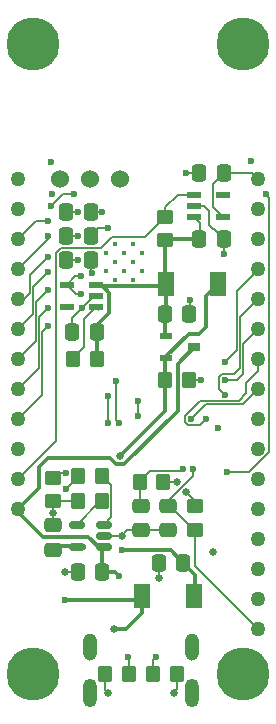
<source format=gbr>
%TF.GenerationSoftware,KiCad,Pcbnew,5.99.0-unknown-fc7f1d1d86~106~ubuntu20.04.1*%
%TF.CreationDate,2021-01-14T15:04:19+11:00*%
%TF.ProjectId,esp32-s2-feather,65737033-322d-4733-922d-666561746865,rev?*%
%TF.SameCoordinates,Original*%
%TF.FileFunction,Copper,L4,Bot*%
%TF.FilePolarity,Positive*%
%FSLAX46Y46*%
G04 Gerber Fmt 4.6, Leading zero omitted, Abs format (unit mm)*
G04 Created by KiCad (PCBNEW 5.99.0-unknown-fc7f1d1d86~106~ubuntu20.04.1) date 2021-01-14 15:04:19*
%MOMM*%
%LPD*%
G01*
G04 APERTURE LIST*
G04 Aperture macros list*
%AMRoundRect*
0 Rectangle with rounded corners*
0 $1 Rounding radius*
0 $2 $3 $4 $5 $6 $7 $8 $9 X,Y pos of 4 corners*
0 Add a 4 corners polygon primitive as box body*
4,1,4,$2,$3,$4,$5,$6,$7,$8,$9,$2,$3,0*
0 Add four circle primitives for the rounded corners*
1,1,$1+$1,$2,$3,0*
1,1,$1+$1,$4,$5,0*
1,1,$1+$1,$6,$7,0*
1,1,$1+$1,$8,$9,0*
0 Add four rect primitives between the rounded corners*
20,1,$1+$1,$2,$3,$4,$5,0*
20,1,$1+$1,$4,$5,$6,$7,0*
20,1,$1+$1,$6,$7,$8,$9,0*
20,1,$1+$1,$8,$9,$2,$3,0*%
G04 Aperture macros list end*
%TA.AperFunction,ComponentPad*%
%ADD10C,4.500000*%
%TD*%
%TA.AperFunction,ComponentPad*%
%ADD11O,1.158000X2.316000*%
%TD*%
%TA.AperFunction,ComponentPad*%
%ADD12O,1.200000X2.400000*%
%TD*%
%TA.AperFunction,ComponentPad*%
%ADD13C,0.400000*%
%TD*%
%TA.AperFunction,ComponentPad*%
%ADD14C,1.270000*%
%TD*%
%TA.AperFunction,SMDPad,CuDef*%
%ADD15RoundRect,0.250000X-0.475000X0.337500X-0.475000X-0.337500X0.475000X-0.337500X0.475000X0.337500X0*%
%TD*%
%TA.AperFunction,SMDPad,CuDef*%
%ADD16RoundRect,0.250000X0.350000X0.450000X-0.350000X0.450000X-0.350000X-0.450000X0.350000X-0.450000X0*%
%TD*%
%TA.AperFunction,SMDPad,CuDef*%
%ADD17R,1.400000X2.100000*%
%TD*%
%TA.AperFunction,SMDPad,CuDef*%
%ADD18RoundRect,0.250000X0.337500X0.475000X-0.337500X0.475000X-0.337500X-0.475000X0.337500X-0.475000X0*%
%TD*%
%TA.AperFunction,SMDPad,CuDef*%
%ADD19RoundRect,0.250000X-0.337500X-0.475000X0.337500X-0.475000X0.337500X0.475000X-0.337500X0.475000X0*%
%TD*%
%TA.AperFunction,SMDPad,CuDef*%
%ADD20RoundRect,0.250000X0.450000X-0.350000X0.450000X0.350000X-0.450000X0.350000X-0.450000X-0.350000X0*%
%TD*%
%TA.AperFunction,SMDPad,CuDef*%
%ADD21C,1.524000*%
%TD*%
%TA.AperFunction,SMDPad,CuDef*%
%ADD22R,1.100000X0.600000*%
%TD*%
%TA.AperFunction,SMDPad,CuDef*%
%ADD23R,1.100000X0.700000*%
%TD*%
%TA.AperFunction,SMDPad,CuDef*%
%ADD24RoundRect,0.250000X-0.450000X0.350000X-0.450000X-0.350000X0.450000X-0.350000X0.450000X0.350000X0*%
%TD*%
%TA.AperFunction,SMDPad,CuDef*%
%ADD25RoundRect,0.150000X0.512500X0.150000X-0.512500X0.150000X-0.512500X-0.150000X0.512500X-0.150000X0*%
%TD*%
%TA.AperFunction,SMDPad,CuDef*%
%ADD26R,1.210000X0.590000*%
%TD*%
%TA.AperFunction,SMDPad,CuDef*%
%ADD27RoundRect,0.250000X-0.350000X-0.450000X0.350000X-0.450000X0.350000X0.450000X-0.350000X0.450000X0*%
%TD*%
%TA.AperFunction,SMDPad,CuDef*%
%ADD28RoundRect,0.250000X0.475000X-0.337500X0.475000X0.337500X-0.475000X0.337500X-0.475000X-0.337500X0*%
%TD*%
%TA.AperFunction,ViaPad*%
%ADD29C,0.600000*%
%TD*%
%TA.AperFunction,ViaPad*%
%ADD30C,0.650000*%
%TD*%
%TA.AperFunction,Conductor*%
%ADD31C,0.127000*%
%TD*%
%TA.AperFunction,Conductor*%
%ADD32C,0.300000*%
%TD*%
G04 APERTURE END LIST*
D10*
%TO.P,REF\u002A\u002A,*%
%TO.N,GND*%
X195580000Y-99060000D03*
%TD*%
D11*
%TO.P,J1,S3,SHIELD*%
%TO.N,GND*%
X182624000Y-96811000D03*
%TO.P,J1,S4,SHIELD*%
X191264000Y-96811000D03*
D12*
%TO.P,J1,S5,SHIELD*%
X182624000Y-100636000D03*
%TO.P,J1,S6,SHIELD*%
X191264000Y-100636000D03*
%TD*%
D13*
%TO.P,U5,43.10,GND*%
%TO.N,GND*%
X185500000Y-63435000D03*
%TO.P,U5,43.11,GND*%
X184000000Y-63435000D03*
%TO.P,U5,43.12,GND*%
X187000000Y-63435000D03*
%TO.P,U5,43.13,GND*%
X184000000Y-64935000D03*
%TO.P,U5,43.14,GND*%
X185500000Y-64935000D03*
%TO.P,U5,43.15,GND*%
X187000000Y-64935000D03*
%TO.P,U5,43.16,GND*%
X184750000Y-62685000D03*
%TO.P,U5,43.17,GND*%
X186250000Y-62685000D03*
%TO.P,U5,43.18,GND*%
X184750000Y-64185000D03*
%TO.P,U5,43.19,GND*%
X186250000Y-64185000D03*
%TO.P,U5,43.20,GND*%
X184750000Y-65685000D03*
%TO.P,U5,43.21,GND*%
X186250000Y-65685000D03*
%TD*%
D14*
%TO.P,J3,1,Pin_1*%
%TO.N,+BATT*%
X176530000Y-85090000D03*
%TO.P,J3,2,Pin_2*%
%TO.N,/3V3A_EN*%
X176530000Y-82550000D03*
%TO.P,J3,3,Pin_3*%
%TO.N,VBUS*%
X176530000Y-80010000D03*
%TO.P,J3,4,Pin_4*%
%TO.N,/IO7*%
X176530000Y-77470000D03*
%TO.P,J3,5,Pin_5*%
%TO.N,/IO6*%
X176530000Y-74930000D03*
%TO.P,J3,6,Pin_6*%
%TO.N,/IO5*%
X176530000Y-72390000D03*
%TO.P,J3,7,Pin_7*%
%TO.N,/IO4*%
X176530000Y-69850000D03*
%TO.P,J3,8,Pin_8*%
%TO.N,/IO3*%
X176530000Y-67310000D03*
%TO.P,J3,9,Pin_9*%
%TO.N,/IO2*%
X176530000Y-64770000D03*
%TO.P,J3,10,Pin_10*%
%TO.N,/IO1*%
X176530000Y-62230000D03*
%TO.P,J3,11,Pin_11*%
%TO.N,SCL*%
X176530000Y-59690000D03*
%TO.P,J3,12,Pin_12*%
%TO.N,SDA*%
X176530000Y-57150000D03*
%TD*%
D10*
%TO.P,REF\u002A\u002A,*%
%TO.N,*%
X195580000Y-45720000D03*
%TD*%
%TO.P,REF\u002A\u002A,*%
%TO.N,*%
X177800000Y-45720000D03*
%TD*%
%TO.P,REF\u002A\u002A,*%
%TO.N,*%
X177800000Y-99060000D03*
%TD*%
D14*
%TO.P,J4,1,Pin_1*%
%TO.N,+3.3VA*%
X196850000Y-57150000D03*
%TO.P,J4,2,Pin_2*%
%TO.N,/IO17*%
X196850000Y-59690000D03*
%TO.P,J4,3,Pin_3*%
%TO.N,/IO18*%
X196850000Y-62230000D03*
%TO.P,J4,4,Pin_4*%
%TO.N,/IO37*%
X196850000Y-64770000D03*
%TO.P,J4,5,Pin_5*%
%TO.N,/IO35*%
X196850000Y-67310000D03*
%TO.P,J4,6,Pin_6*%
%TO.N,/IO36*%
X196850000Y-69850000D03*
%TO.P,J4,7,Pin_7*%
%TO.N,/IO26*%
X196850000Y-72390000D03*
%TO.P,J4,8,Pin_8*%
%TO.N,/IO21*%
X196850000Y-74930000D03*
%TO.P,J4,9,Pin_9*%
%TO.N,/IO33*%
X196850000Y-77470000D03*
%TO.P,J4,10,Pin_10*%
%TO.N,/IO34*%
X196850000Y-80010000D03*
%TO.P,J4,11,Pin_11*%
%TO.N,/IO14*%
X196850000Y-82550000D03*
%TO.P,J4,12,Pin_12*%
%TO.N,/IO12*%
X196850000Y-85090000D03*
%TO.P,J4,13,Pin_13*%
%TO.N,GND*%
X196850000Y-87630000D03*
%TO.P,J4,14,Pin_14*%
%TO.N,/IO0*%
X196850000Y-90170000D03*
%TO.P,J4,15,Pin_15*%
%TO.N,+3V3*%
X196850000Y-92710000D03*
%TO.P,J4,16,Pin_16*%
%TO.N,/ESP32-EN*%
X196850000Y-95250000D03*
%TD*%
D15*
%TO.P,C13,1*%
%TO.N,/IO0*%
X186944000Y-84814500D03*
%TO.P,C13,2*%
%TO.N,GND*%
X186944000Y-86889500D03*
%TD*%
D16*
%TO.P,R11,1*%
%TO.N,VCC*%
X183180199Y-72390001D03*
%TO.P,R11,2*%
%TO.N,Net-(R11-Pad2)*%
X181180199Y-72390001D03*
%TD*%
D17*
%TO.P,D4,1,K*%
%TO.N,VCC*%
X189062000Y-66040000D03*
%TO.P,D4,2,A*%
%TO.N,Net-(C1-Pad1)*%
X193462000Y-66040000D03*
%TD*%
D18*
%TO.P,C3,1*%
%TO.N,Net-(C1-Pad1)*%
X190521500Y-89662000D03*
%TO.P,C3,2*%
%TO.N,GND*%
X188446500Y-89662000D03*
%TD*%
D19*
%TO.P,C8,1*%
%TO.N,+3V3*%
X180602800Y-64008000D03*
%TO.P,C8,2*%
%TO.N,GND*%
X182677800Y-64008000D03*
%TD*%
D18*
%TO.P,C6,1*%
%TO.N,VCC*%
X183181900Y-70104000D03*
%TO.P,C6,2*%
%TO.N,GND*%
X181106900Y-70104000D03*
%TD*%
D20*
%TO.P,R3,1*%
%TO.N,GND*%
X179451000Y-84439000D03*
%TO.P,R3,2*%
%TO.N,Net-(D3-Pad1)*%
X179451000Y-82439000D03*
%TD*%
D16*
%TO.P,R5,1*%
%TO.N,Net-(R5-Pad1)*%
X183626000Y-84455000D03*
%TO.P,R5,2*%
%TO.N,GND*%
X181626000Y-84455000D03*
%TD*%
D19*
%TO.P,C4,1*%
%TO.N,VCC*%
X188954500Y-68580000D03*
%TO.P,C4,2*%
%TO.N,GND*%
X191029500Y-68580000D03*
%TD*%
%TO.P,C2,1*%
%TO.N,GND*%
X181588500Y-90424000D03*
%TO.P,C2,2*%
%TO.N,+BATT*%
X183663500Y-90424000D03*
%TD*%
%TO.P,C11,1*%
%TO.N,+3V3*%
X180598900Y-59944000D03*
%TO.P,C11,2*%
%TO.N,GND*%
X182673900Y-59944000D03*
%TD*%
%TO.P,C10,1*%
%TO.N,+3V3*%
X180598900Y-61976000D03*
%TO.P,C10,2*%
%TO.N,GND*%
X182673900Y-61976000D03*
%TD*%
D16*
%TO.P,R4,1*%
%TO.N,Net-(R4-Pad1)*%
X183626000Y-82296000D03*
%TO.P,R4,2*%
%TO.N,Net-(D2-Pad1)*%
X181626000Y-82296000D03*
%TD*%
D21*
%TO.P,GND,1,Pin_1*%
%TO.N,GND*%
X185166000Y-57150000D03*
%TO.P,GND,2,Pin_2*%
%TO.N,/TXD0*%
X182626000Y-57150000D03*
%TO.P,GND,3,Pin_3*%
%TO.N,/RXD0*%
X180086000Y-57150000D03*
%TD*%
D22*
%TO.P,Q1,1,G*%
%TO.N,Net-(C1-Pad1)*%
X189046000Y-72324000D03*
%TO.P,Q1,2,S*%
%TO.N,VCC*%
X189046000Y-70424000D03*
D23*
%TO.P,Q1,3,D*%
%TO.N,+BATT*%
X191446000Y-71374000D03*
%TD*%
D17*
%TO.P,D1,1,K*%
%TO.N,Net-(C1-Pad1)*%
X191430000Y-92456000D03*
%TO.P,D1,2,A*%
%TO.N,VBUS*%
X187030000Y-92456000D03*
%TD*%
D15*
%TO.P,C12,1*%
%TO.N,/ESP32-EN*%
X189230000Y-84814500D03*
%TO.P,C12,2*%
%TO.N,GND*%
X189230000Y-86889500D03*
%TD*%
D24*
%TO.P,R13,1*%
%TO.N,+3V3*%
X191516000Y-84852000D03*
%TO.P,R13,2*%
%TO.N,/ESP32-EN*%
X191516000Y-86852000D03*
%TD*%
D16*
%TO.P,R6,1*%
%TO.N,GND*%
X190992000Y-74168000D03*
%TO.P,R6,2*%
%TO.N,Net-(C1-Pad1)*%
X188992000Y-74168000D03*
%TD*%
D25*
%TO.P,U1,1,STAT*%
%TO.N,Net-(R4-Pad1)*%
X183763500Y-86426000D03*
%TO.P,U1,2,VSS*%
%TO.N,GND*%
X183763500Y-87376000D03*
%TO.P,U1,3,VBAT*%
%TO.N,+BATT*%
X183763500Y-88326000D03*
%TO.P,U1,4,VDD*%
%TO.N,Net-(C1-Pad1)*%
X181488500Y-88326000D03*
%TO.P,U1,5,PROG*%
%TO.N,Net-(R5-Pad1)*%
X181488500Y-86426000D03*
%TD*%
D26*
%TO.P,U3,1,IN*%
%TO.N,VCC*%
X183149300Y-66106000D03*
%TO.P,U3,2,GND*%
%TO.N,GND*%
X183149300Y-67056000D03*
%TO.P,U3,3,EN*%
%TO.N,Net-(R11-Pad2)*%
X183149300Y-68006000D03*
%TO.P,U3,4*%
%TO.N,N/C*%
X180639300Y-68006000D03*
%TO.P,U3,5,OUT*%
%TO.N,+3V3*%
X180639300Y-66106000D03*
%TD*%
D18*
%TO.P,C9,1*%
%TO.N,+3.3VA*%
X193950500Y-56642000D03*
%TO.P,C9,2*%
%TO.N,GND*%
X191875500Y-56642000D03*
%TD*%
D20*
%TO.P,R12,1*%
%TO.N,VCC*%
X188976000Y-62341000D03*
%TO.P,R12,2*%
%TO.N,/3V3A_EN*%
X188976000Y-60341000D03*
%TD*%
D16*
%TO.P,R1,1*%
%TO.N,Net-(J1-Pad3)*%
X185912000Y-99060000D03*
%TO.P,R1,2*%
%TO.N,GND*%
X183912000Y-99060000D03*
%TD*%
D27*
%TO.P,R2,1*%
%TO.N,Net-(J1-Pad9)*%
X187976000Y-99060000D03*
%TO.P,R2,2*%
%TO.N,GND*%
X189976000Y-99060000D03*
%TD*%
D19*
%TO.P,C7,1*%
%TO.N,VCC*%
X191875500Y-62230000D03*
%TO.P,C7,2*%
%TO.N,GND*%
X193950500Y-62230000D03*
%TD*%
D16*
%TO.P,R14,1*%
%TO.N,+3V3*%
X188833000Y-82804000D03*
%TO.P,R14,2*%
%TO.N,/IO0*%
X186833000Y-82804000D03*
%TD*%
D28*
%TO.P,C1,1*%
%TO.N,Net-(C1-Pad1)*%
X179451000Y-88540500D03*
%TO.P,C1,2*%
%TO.N,GND*%
X179451000Y-86465500D03*
%TD*%
D26*
%TO.P,U4,1,IN*%
%TO.N,VCC*%
X191404000Y-60386000D03*
%TO.P,U4,2,GND*%
%TO.N,GND*%
X191404000Y-59436000D03*
%TO.P,U4,3,EN*%
%TO.N,/3V3A_EN*%
X191404000Y-58486000D03*
%TO.P,U4,4*%
%TO.N,N/C*%
X193914000Y-58486000D03*
%TO.P,U4,5,OUT*%
%TO.N,+3.3VA*%
X193914000Y-60386000D03*
%TD*%
D29*
%TO.N,GND*%
X196240400Y-55626000D03*
X184150000Y-61341000D03*
D30*
X185293000Y-87376000D03*
D29*
X193446400Y-78232000D03*
X182753000Y-65151000D03*
X191058800Y-67360800D03*
X190754000Y-56642000D03*
D30*
X189686000Y-100636000D03*
X188468000Y-90932000D03*
X179451000Y-85471000D03*
X193040000Y-88773000D03*
D29*
X183668400Y-59944000D03*
X179324000Y-55676800D03*
X192024000Y-74168000D03*
D30*
X180467000Y-90424000D03*
X185166000Y-57150000D03*
D29*
X193950500Y-63521500D03*
D30*
X184098000Y-100636000D03*
D29*
X181902138Y-68083738D03*
%TO.N,Net-(C1-Pad1)*%
X181991000Y-88315800D03*
D30*
X185166000Y-80645000D03*
D29*
X185360990Y-88586990D03*
%TO.N,+BATT*%
X185064400Y-90779600D03*
%TO.N,+3V3*%
X181636400Y-59944000D03*
D30*
X190754000Y-83693000D03*
X189992000Y-82804000D03*
D29*
X179425600Y-58420000D03*
X181636400Y-64008000D03*
X181864000Y-65405000D03*
X181636400Y-61976000D03*
X181864000Y-66929000D03*
%TO.N,/ESP32-EN*%
X191363600Y-81686400D03*
X194183000Y-81991200D03*
X197485000Y-58420000D03*
%TO.N,/IO0*%
X179324000Y-59436000D03*
X190500000Y-81686400D03*
X186690000Y-77216000D03*
X186690000Y-75946000D03*
X181229000Y-58420000D03*
%TO.N,VBUS*%
X180467000Y-92837000D03*
D30*
X184658000Y-95250000D03*
D29*
%TO.N,Net-(D2-Pad1)*%
X180594000Y-83439000D03*
%TO.N,Net-(D3-Pad1)*%
X180594000Y-82016600D03*
%TO.N,Net-(J1-Pad9)*%
X188194000Y-97643000D03*
%TO.N,Net-(J1-Pad3)*%
X185801000Y-97663000D03*
%TO.N,/IO1*%
X179070000Y-60706000D03*
%TO.N,/IO2*%
X179070000Y-61976000D03*
%TO.N,/IO3*%
X179070000Y-63754000D03*
%TO.N,/IO4*%
X179070000Y-65024000D03*
%TO.N,/IO5*%
X179070000Y-66548000D03*
%TO.N,/IO6*%
X179070000Y-68072000D03*
%TO.N,/IO7*%
X179070000Y-69596000D03*
%TO.N,/IO21*%
X191135000Y-77470000D03*
%TO.N,/IO26*%
X192405000Y-77470000D03*
%TO.N,/IO36*%
X194056000Y-74168000D03*
%TO.N,/IO35*%
X194056000Y-75438000D03*
%TO.N,/IO37*%
X194056000Y-72644000D03*
%TO.N,/IO18*%
X185039000Y-77851000D03*
X184785000Y-74295000D03*
%TO.N,/IO17*%
X184150000Y-77851000D03*
X184150000Y-75565000D03*
%TO.N,/RXD0*%
X180086000Y-57150000D03*
%TO.N,/TXD0*%
X182626000Y-57150000D03*
%TD*%
D31*
%TO.N,GND*%
X193950500Y-62230000D02*
X193950500Y-63521500D01*
X188468000Y-90932000D02*
X188446500Y-90910500D01*
X188446500Y-89662000D02*
X188468000Y-90932000D01*
X189976000Y-99060000D02*
X189976000Y-100346000D01*
X179451000Y-85471000D02*
X179451000Y-86465500D01*
X189230000Y-86889500D02*
X186944000Y-86889500D01*
X191058800Y-67360800D02*
X191029500Y-67339300D01*
X185779500Y-86889500D02*
X185293000Y-87376000D01*
X183763500Y-87376000D02*
X185293000Y-87376000D01*
X192684400Y-59842400D02*
X192278000Y-59436000D01*
X182677800Y-64008000D02*
X182677800Y-65075800D01*
X189976000Y-100346000D02*
X189686000Y-100636000D01*
X190992000Y-74168000D02*
X192024000Y-74168000D01*
X191875500Y-56642000D02*
X190754000Y-56642000D01*
X181106900Y-68878976D02*
X181106900Y-70104000D01*
X182677800Y-65075800D02*
X182753000Y-65151000D01*
X181610000Y-84439000D02*
X181626000Y-84455000D01*
X183912000Y-99060000D02*
X183912000Y-100450000D01*
X183308900Y-61341000D02*
X184150000Y-61341000D01*
X181902138Y-68083738D02*
X181106900Y-68878976D01*
X192684400Y-61010800D02*
X192684400Y-59842400D01*
X191029500Y-68580000D02*
X191058800Y-67360800D01*
X192278000Y-59436000D02*
X191404000Y-59436000D01*
X186944000Y-86889500D02*
X185779500Y-86889500D01*
X193086900Y-61366400D02*
X193040000Y-61366400D01*
X181588500Y-90424000D02*
X180467000Y-90424000D01*
X193040000Y-61366400D02*
X192684400Y-61010800D01*
X182673900Y-59944000D02*
X183668400Y-59944000D01*
X183149300Y-67056000D02*
X182929876Y-67056000D01*
X182929876Y-67056000D02*
X181902138Y-68083738D01*
X190754000Y-56642000D02*
X190627000Y-56642000D01*
X193950500Y-62230000D02*
X193086900Y-61366400D01*
X179451000Y-84439000D02*
X179451000Y-85471000D01*
X182673900Y-61976000D02*
X183308900Y-61341000D01*
X183912000Y-100450000D02*
X184098000Y-100636000D01*
X182673900Y-64004100D02*
X182677800Y-64008000D01*
X179451000Y-84439000D02*
X181610000Y-84439000D01*
D32*
%TO.N,Net-(C1-Pad1)*%
X179451000Y-88540500D02*
X179726500Y-88265000D01*
X185166000Y-80645000D02*
X188992000Y-76819000D01*
X192430400Y-67071600D02*
X192430400Y-69646800D01*
X189446490Y-88586990D02*
X185360990Y-88586990D01*
X191430000Y-92456000D02*
X191516000Y-92370000D01*
X192430400Y-69646800D02*
X191820800Y-70256400D01*
X188992000Y-76819000D02*
X188992000Y-74168000D01*
X190521500Y-89662000D02*
X189446490Y-88586990D01*
X179726500Y-88265000D02*
X181427500Y-88265000D01*
X191516000Y-92370000D02*
X191516000Y-90656500D01*
X189046000Y-72167600D02*
X189046000Y-72324000D01*
X181427500Y-88265000D02*
X181488500Y-88326000D01*
X188992000Y-72378000D02*
X189046000Y-72324000D01*
X193462000Y-66040000D02*
X192430400Y-67071600D01*
X190957200Y-70256400D02*
X189046000Y-72167600D01*
X188992000Y-74168000D02*
X188992000Y-72378000D01*
X191820800Y-70256400D02*
X190957200Y-70256400D01*
X191516000Y-90656500D02*
X190521500Y-89662000D01*
%TO.N,+BATT*%
X183663500Y-90424000D02*
X183663500Y-88426000D01*
X178612800Y-87426800D02*
X182444678Y-87426800D01*
X179070000Y-80772000D02*
X178308000Y-81534000D01*
X178308000Y-81534000D02*
X178308000Y-83312000D01*
D31*
X183763500Y-90324000D02*
X183663500Y-90424000D01*
D32*
X185506999Y-81320001D02*
X184841999Y-81320001D01*
X184293998Y-80772000D02*
X179070000Y-80772000D01*
X183663500Y-88426000D02*
X183763500Y-88326000D01*
X184841999Y-81320001D02*
X184293998Y-80772000D01*
X184708800Y-90424000D02*
X183663500Y-90424000D01*
X183343878Y-88326000D02*
X183763500Y-88326000D01*
X191446000Y-71374000D02*
X190041990Y-72778010D01*
X182444678Y-87426800D02*
X183343878Y-88326000D01*
X190041990Y-72778010D02*
X190041990Y-76785010D01*
X185064400Y-90779600D02*
X184708800Y-90424000D01*
X176530000Y-85090000D02*
X176530000Y-85344000D01*
X190041990Y-76785010D02*
X185506999Y-81320001D01*
X176530000Y-85344000D02*
X178612800Y-87426800D01*
X178308000Y-83312000D02*
X176530000Y-85090000D01*
%TO.N,VCC*%
X184252600Y-66764310D02*
X183594290Y-66106000D01*
X188954500Y-70332500D02*
X189046000Y-70424000D01*
X189062000Y-68472500D02*
X188954500Y-68580000D01*
D31*
X191897000Y-60879000D02*
X191404000Y-60386000D01*
D32*
X188954500Y-68580000D02*
X188954500Y-70332500D01*
X188866999Y-66235001D02*
X189062000Y-66040000D01*
X191875500Y-62230000D02*
X189087000Y-62230000D01*
D31*
X191875500Y-62230000D02*
X191897000Y-62208500D01*
X191897000Y-62208500D02*
X191897000Y-60879000D01*
D32*
X183181900Y-69549100D02*
X184252600Y-68478400D01*
D31*
X191764500Y-62341000D02*
X191875500Y-62230000D01*
D32*
X188976000Y-65954000D02*
X189062000Y-66040000D01*
X183180199Y-70105701D02*
X183181900Y-70104000D01*
X183278301Y-66235001D02*
X188866999Y-66235001D01*
X188976000Y-62341000D02*
X188976000Y-65954000D01*
X183594290Y-66106000D02*
X183149300Y-66106000D01*
X184252600Y-68478400D02*
X184252600Y-66764310D01*
X189062000Y-66040000D02*
X189062000Y-68472500D01*
X189087000Y-62230000D02*
X188976000Y-62341000D01*
X183149300Y-66106000D02*
X183278301Y-66235001D01*
X183181900Y-70104000D02*
X183181900Y-69549100D01*
X191516000Y-62589500D02*
X191875500Y-62230000D01*
X183180199Y-72390001D02*
X183180199Y-70105701D01*
D31*
%TO.N,+3V3*%
X191516000Y-84852000D02*
X191516000Y-84455000D01*
X188833000Y-82804000D02*
X189992000Y-82804000D01*
X181864000Y-65405000D02*
X181340300Y-65405000D01*
X181864000Y-66929000D02*
X181462300Y-66929000D01*
X180598900Y-59944000D02*
X181636400Y-59944000D01*
X191516000Y-84455000D02*
X190754000Y-83693000D01*
X180602800Y-64008000D02*
X181636400Y-64008000D01*
X181340300Y-65405000D02*
X180639300Y-66106000D01*
X181462300Y-66929000D02*
X180639300Y-66106000D01*
X180598900Y-61976000D02*
X181636400Y-61976000D01*
X180598900Y-64004100D02*
X180602800Y-64008000D01*
%TO.N,+3.3VA*%
X193045499Y-57547001D02*
X193045499Y-59517499D01*
X193950500Y-56642000D02*
X193045499Y-57547001D01*
X193045499Y-59517499D02*
X193914000Y-60386000D01*
X193950500Y-56642000D02*
X196342000Y-56642000D01*
X196342000Y-56642000D02*
X196850000Y-57150000D01*
%TO.N,/ESP32-EN*%
X191381000Y-86852000D02*
X191516000Y-86852000D01*
X189230000Y-84455000D02*
X189230000Y-84814500D01*
X189230000Y-84814500D02*
X189343500Y-84814500D01*
X191516000Y-89916000D02*
X196850000Y-95250000D01*
X197485000Y-58420000D02*
X197784999Y-58719999D01*
X191363600Y-82321400D02*
X189230000Y-84455000D01*
X197784999Y-80296743D02*
X196166742Y-81915000D01*
X196166742Y-81915000D02*
X196090542Y-81991200D01*
X189343500Y-84814500D02*
X191381000Y-86852000D01*
X191516000Y-86852000D02*
X191516000Y-89916000D01*
X197784999Y-58719999D02*
X197784999Y-80296743D01*
X191363600Y-81686400D02*
X191363600Y-82321400D01*
X196090542Y-81991200D02*
X194183000Y-81991200D01*
%TO.N,/IO0*%
X188300534Y-81913490D02*
X189365466Y-81913490D01*
X186833000Y-82804000D02*
X186833000Y-84703500D01*
X186833000Y-82804000D02*
X187722000Y-81915000D01*
X187722000Y-81915000D02*
X188299024Y-81915000D01*
X180340000Y-58420000D02*
X181229000Y-58420000D01*
X190271400Y-81915000D02*
X190500000Y-81686400D01*
X189366976Y-81915000D02*
X190271400Y-81915000D01*
X189365466Y-81913490D02*
X189366976Y-81915000D01*
X186833000Y-84703500D02*
X186944000Y-84814500D01*
X186690000Y-77216000D02*
X186690000Y-75946000D01*
X179324000Y-59436000D02*
X180340000Y-58420000D01*
X188299024Y-81915000D02*
X188300534Y-81913490D01*
D32*
%TO.N,VBUS*%
X187030000Y-93894000D02*
X187030000Y-92456000D01*
X185674000Y-95250000D02*
X187030000Y-93894000D01*
X187030000Y-92456000D02*
X186649000Y-92837000D01*
X184658000Y-95250000D02*
X185674000Y-95250000D01*
X186649000Y-92837000D02*
X180467000Y-92837000D01*
D31*
%TO.N,Net-(D2-Pad1)*%
X181626000Y-82296000D02*
X181626000Y-82407000D01*
X181626000Y-82407000D02*
X180594000Y-83439000D01*
%TO.N,Net-(D3-Pad1)*%
X179451000Y-82439000D02*
X179873400Y-82016600D01*
X179873400Y-82016600D02*
X180594000Y-82016600D01*
%TO.N,Net-(J1-Pad9)*%
X187976000Y-99060000D02*
X187976000Y-97861000D01*
X187976000Y-97861000D02*
X188194000Y-97643000D01*
%TO.N,Net-(J1-Pad3)*%
X185912000Y-97774000D02*
X185801000Y-97663000D01*
X185912000Y-99060000D02*
X185912000Y-97774000D01*
%TO.N,/IO1*%
X178054000Y-60706000D02*
X176530000Y-62230000D01*
X179070000Y-60706000D02*
X178054000Y-60706000D01*
%TO.N,/IO2*%
X179070000Y-61976000D02*
X179070000Y-62230000D01*
X179070000Y-62230000D02*
X176530000Y-64770000D01*
%TO.N,/IO3*%
X177546000Y-66802000D02*
X177038000Y-67310000D01*
X177546000Y-65278000D02*
X177546000Y-66802000D01*
X177038000Y-67310000D02*
X176530000Y-67310000D01*
X179070000Y-63754000D02*
X177546000Y-65278000D01*
%TO.N,/IO4*%
X177800000Y-68580000D02*
X176530000Y-69850000D01*
X179070000Y-65024000D02*
X177800000Y-66294000D01*
X177800000Y-66294000D02*
X177800000Y-68580000D01*
%TO.N,/IO5*%
X178054000Y-70866000D02*
X176530000Y-72390000D01*
X178054000Y-67564000D02*
X178054000Y-70866000D01*
X179070000Y-66548000D02*
X178054000Y-67564000D01*
%TO.N,/IO6*%
X178308000Y-68834000D02*
X178308000Y-73152000D01*
X178308000Y-73152000D02*
X176530000Y-74930000D01*
X179070000Y-68072000D02*
X178308000Y-68834000D01*
%TO.N,/IO7*%
X178562000Y-75438000D02*
X176530000Y-77470000D01*
X178562000Y-70104000D02*
X178562000Y-75438000D01*
X179070000Y-69596000D02*
X178562000Y-70104000D01*
%TO.N,/3V3A_EN*%
X179705000Y-63426020D02*
X179705000Y-79375000D01*
X187290200Y-62026800D02*
X184480200Y-62026800D01*
X184480200Y-62026800D02*
X183515000Y-62992000D01*
X183515000Y-62992000D02*
X180139020Y-62992000D01*
X188976000Y-60341000D02*
X187290200Y-62026800D01*
X190053000Y-58486000D02*
X191404000Y-58486000D01*
X188976000Y-59563000D02*
X190053000Y-58486000D01*
X180139020Y-62992000D02*
X179705000Y-63426020D01*
X188976000Y-60341000D02*
X188976000Y-59563000D01*
X179705000Y-79375000D02*
X178612800Y-80467200D01*
X178612800Y-80467200D02*
X176530000Y-82550000D01*
%TO.N,/IO21*%
X191135000Y-77470000D02*
X192422490Y-76182510D01*
X195597490Y-76182510D02*
X196850000Y-74930000D01*
X192422490Y-76182510D02*
X195597490Y-76182510D01*
%TO.N,/IO26*%
X191950557Y-75928501D02*
X195216499Y-75928501D01*
X190644499Y-77234559D02*
X191950557Y-75928501D01*
X195834000Y-74422000D02*
X196850000Y-73406000D01*
X196850000Y-73406000D02*
X196850000Y-72390000D01*
X192405000Y-77470000D02*
X191914499Y-77960501D01*
X191914499Y-77960501D02*
X190899559Y-77960501D01*
X195834000Y-75311000D02*
X195834000Y-74422000D01*
X195216499Y-75928501D02*
X195834000Y-75311000D01*
X190644499Y-77705441D02*
X190644499Y-77234559D01*
X190899559Y-77960501D02*
X190644499Y-77705441D01*
%TO.N,/IO36*%
X195580000Y-73660000D02*
X195580000Y-71120000D01*
X194056000Y-74168000D02*
X195072000Y-74168000D01*
X195072000Y-74168000D02*
X195580000Y-73660000D01*
X195580000Y-71120000D02*
X196850000Y-69850000D01*
%TO.N,/IO35*%
X193802000Y-73660000D02*
X194818000Y-73660000D01*
X193548000Y-73914000D02*
X193802000Y-73660000D01*
X195326000Y-73152000D02*
X195326000Y-68834000D01*
X194818000Y-73660000D02*
X195326000Y-73152000D01*
X195326000Y-68834000D02*
X196850000Y-67310000D01*
X193548000Y-74930000D02*
X193548000Y-73914000D01*
X194056000Y-75438000D02*
X193548000Y-74930000D01*
%TO.N,/IO37*%
X195072000Y-71628000D02*
X195072000Y-66654302D01*
X195072000Y-66654302D02*
X196850000Y-64876302D01*
X196850000Y-64876302D02*
X196850000Y-64770000D01*
X194056000Y-72644000D02*
X195072000Y-71628000D01*
%TO.N,/IO18*%
X184785000Y-74295000D02*
X184785000Y-77597000D01*
X184785000Y-77597000D02*
X185039000Y-77851000D01*
%TO.N,/IO17*%
X184150000Y-75565000D02*
X184150000Y-77851000D01*
%TO.N,Net-(R4-Pad1)*%
X184416510Y-83086510D02*
X183626000Y-82296000D01*
X183763500Y-86426000D02*
X184416510Y-85772990D01*
X184416510Y-85772990D02*
X184416510Y-83086510D01*
%TO.N,Net-(R5-Pad1)*%
X183459500Y-84455000D02*
X181488500Y-86426000D01*
X183626000Y-84455000D02*
X183459500Y-84455000D01*
%TO.N,Net-(R11-Pad2)*%
X183358300Y-68215000D02*
X183149300Y-68006000D01*
X182144400Y-71390000D02*
X182144400Y-69010900D01*
X181144400Y-72390000D02*
X182144400Y-71390000D01*
X182144400Y-69010900D02*
X183149300Y-68006000D01*
%TD*%
M02*

</source>
